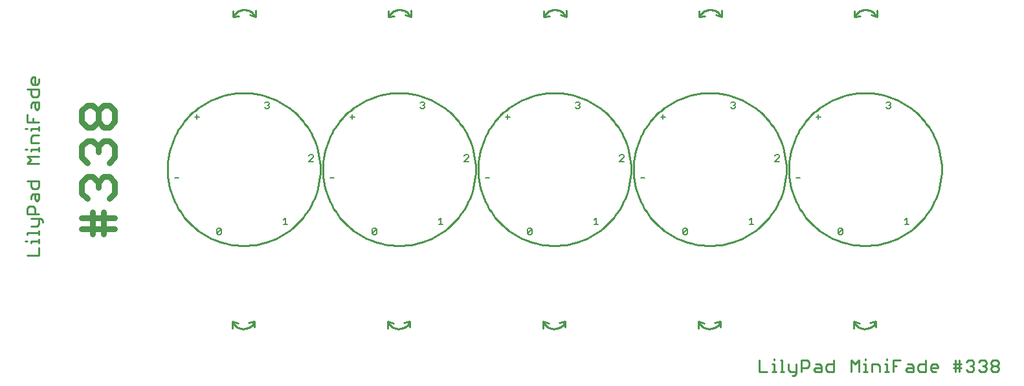
<source format=gto>
G75*
G70*
%OFA0B0*%
%FSLAX24Y24*%
%IPPOS*%
%LPD*%
%AMOC8*
5,1,8,0,0,1.08239X$1,22.5*
%
%ADD10C,0.0100*%
%ADD11C,0.0060*%
%ADD12C,0.0110*%
%ADD13C,0.0300*%
D10*
X011050Y002950D02*
X011050Y003300D01*
X011350Y003200D01*
X011900Y003250D02*
X012200Y003300D01*
X012200Y003000D01*
X012190Y003286D02*
X012168Y003242D01*
X012142Y003200D01*
X012112Y003160D01*
X012080Y003123D01*
X012045Y003088D01*
X012007Y003056D01*
X011967Y003027D01*
X011925Y003002D01*
X011880Y002980D01*
X011834Y002962D01*
X011787Y002947D01*
X011739Y002936D01*
X011690Y002929D01*
X011641Y002925D01*
X011592Y002926D01*
X011542Y002930D01*
X011494Y002939D01*
X011446Y002951D01*
X011399Y002967D01*
X011354Y002986D01*
X011310Y003009D01*
X011268Y003036D01*
X011229Y003066D01*
X011192Y003098D01*
X011158Y003134D01*
X011126Y003172D01*
X011098Y003212D01*
X011073Y003255D01*
X019050Y003300D02*
X019050Y002950D01*
X019050Y003300D02*
X019350Y003200D01*
X019900Y003250D02*
X020200Y003300D01*
X020200Y003000D01*
X020190Y003286D02*
X020168Y003242D01*
X020142Y003200D01*
X020112Y003160D01*
X020080Y003123D01*
X020045Y003088D01*
X020007Y003056D01*
X019967Y003027D01*
X019925Y003002D01*
X019880Y002980D01*
X019834Y002962D01*
X019787Y002947D01*
X019739Y002936D01*
X019690Y002929D01*
X019641Y002925D01*
X019592Y002926D01*
X019542Y002930D01*
X019494Y002939D01*
X019446Y002951D01*
X019399Y002967D01*
X019354Y002986D01*
X019310Y003009D01*
X019268Y003036D01*
X019229Y003066D01*
X019192Y003098D01*
X019158Y003134D01*
X019126Y003172D01*
X019098Y003212D01*
X019073Y003255D01*
X027050Y003300D02*
X027050Y002950D01*
X027050Y003300D02*
X027350Y003200D01*
X027900Y003250D02*
X028200Y003300D01*
X028200Y003000D01*
X028190Y003286D02*
X028168Y003242D01*
X028142Y003200D01*
X028112Y003160D01*
X028080Y003123D01*
X028045Y003088D01*
X028007Y003056D01*
X027967Y003027D01*
X027925Y003002D01*
X027880Y002980D01*
X027834Y002962D01*
X027787Y002947D01*
X027739Y002936D01*
X027690Y002929D01*
X027641Y002925D01*
X027592Y002926D01*
X027542Y002930D01*
X027494Y002939D01*
X027446Y002951D01*
X027399Y002967D01*
X027354Y002986D01*
X027310Y003009D01*
X027268Y003036D01*
X027229Y003066D01*
X027192Y003098D01*
X027158Y003134D01*
X027126Y003172D01*
X027098Y003212D01*
X027073Y003255D01*
X035050Y003300D02*
X035050Y002950D01*
X035050Y003300D02*
X035350Y003200D01*
X035900Y003250D02*
X036200Y003300D01*
X036200Y003000D01*
X036190Y003286D02*
X036168Y003242D01*
X036142Y003200D01*
X036112Y003160D01*
X036080Y003123D01*
X036045Y003088D01*
X036007Y003056D01*
X035967Y003027D01*
X035925Y003002D01*
X035880Y002980D01*
X035834Y002962D01*
X035787Y002947D01*
X035739Y002936D01*
X035690Y002929D01*
X035641Y002925D01*
X035592Y002926D01*
X035542Y002930D01*
X035494Y002939D01*
X035446Y002951D01*
X035399Y002967D01*
X035354Y002986D01*
X035310Y003009D01*
X035268Y003036D01*
X035229Y003066D01*
X035192Y003098D01*
X035158Y003134D01*
X035126Y003172D01*
X035098Y003212D01*
X035073Y003255D01*
X043050Y003300D02*
X043050Y002950D01*
X043050Y003300D02*
X043350Y003200D01*
X043900Y003250D02*
X044200Y003300D01*
X044200Y003000D01*
X044190Y003286D02*
X044168Y003242D01*
X044142Y003200D01*
X044112Y003160D01*
X044080Y003123D01*
X044045Y003088D01*
X044007Y003056D01*
X043967Y003027D01*
X043925Y003002D01*
X043880Y002980D01*
X043834Y002962D01*
X043787Y002947D01*
X043739Y002936D01*
X043690Y002929D01*
X043641Y002925D01*
X043592Y002926D01*
X043542Y002930D01*
X043494Y002939D01*
X043446Y002951D01*
X043399Y002967D01*
X043354Y002986D01*
X043310Y003009D01*
X043268Y003036D01*
X043229Y003066D01*
X043192Y003098D01*
X043158Y003134D01*
X043126Y003172D01*
X043098Y003212D01*
X043073Y003255D01*
X039716Y011150D02*
X039721Y011343D01*
X039735Y011536D01*
X039759Y011727D01*
X039792Y011917D01*
X039834Y012106D01*
X039885Y012292D01*
X039946Y012475D01*
X040015Y012655D01*
X040094Y012832D01*
X040181Y013004D01*
X040276Y013172D01*
X040379Y013336D01*
X040490Y013493D01*
X040609Y013646D01*
X040735Y013792D01*
X040868Y013932D01*
X041008Y014065D01*
X041154Y014191D01*
X041307Y014310D01*
X041464Y014421D01*
X041628Y014524D01*
X041796Y014619D01*
X041968Y014706D01*
X042145Y014785D01*
X042325Y014854D01*
X042508Y014915D01*
X042694Y014966D01*
X042883Y015008D01*
X043073Y015041D01*
X043264Y015065D01*
X043457Y015079D01*
X043650Y015084D01*
X043843Y015079D01*
X044036Y015065D01*
X044227Y015041D01*
X044417Y015008D01*
X044606Y014966D01*
X044792Y014915D01*
X044975Y014854D01*
X045155Y014785D01*
X045332Y014706D01*
X045504Y014619D01*
X045672Y014524D01*
X045836Y014421D01*
X045993Y014310D01*
X046146Y014191D01*
X046292Y014065D01*
X046432Y013932D01*
X046565Y013792D01*
X046691Y013646D01*
X046810Y013493D01*
X046921Y013336D01*
X047024Y013172D01*
X047119Y013004D01*
X047206Y012832D01*
X047285Y012655D01*
X047354Y012475D01*
X047415Y012292D01*
X047466Y012106D01*
X047508Y011917D01*
X047541Y011727D01*
X047565Y011536D01*
X047579Y011343D01*
X047584Y011150D01*
X047579Y010957D01*
X047565Y010764D01*
X047541Y010573D01*
X047508Y010383D01*
X047466Y010194D01*
X047415Y010008D01*
X047354Y009825D01*
X047285Y009645D01*
X047206Y009468D01*
X047119Y009296D01*
X047024Y009128D01*
X046921Y008964D01*
X046810Y008807D01*
X046691Y008654D01*
X046565Y008508D01*
X046432Y008368D01*
X046292Y008235D01*
X046146Y008109D01*
X045993Y007990D01*
X045836Y007879D01*
X045672Y007776D01*
X045504Y007681D01*
X045332Y007594D01*
X045155Y007515D01*
X044975Y007446D01*
X044792Y007385D01*
X044606Y007334D01*
X044417Y007292D01*
X044227Y007259D01*
X044036Y007235D01*
X043843Y007221D01*
X043650Y007216D01*
X043457Y007221D01*
X043264Y007235D01*
X043073Y007259D01*
X042883Y007292D01*
X042694Y007334D01*
X042508Y007385D01*
X042325Y007446D01*
X042145Y007515D01*
X041968Y007594D01*
X041796Y007681D01*
X041628Y007776D01*
X041464Y007879D01*
X041307Y007990D01*
X041154Y008109D01*
X041008Y008235D01*
X040868Y008368D01*
X040735Y008508D01*
X040609Y008654D01*
X040490Y008807D01*
X040379Y008964D01*
X040276Y009128D01*
X040181Y009296D01*
X040094Y009468D01*
X040015Y009645D01*
X039946Y009825D01*
X039885Y010008D01*
X039834Y010194D01*
X039792Y010383D01*
X039759Y010573D01*
X039735Y010764D01*
X039721Y010957D01*
X039716Y011150D01*
X031716Y011150D02*
X031721Y011343D01*
X031735Y011536D01*
X031759Y011727D01*
X031792Y011917D01*
X031834Y012106D01*
X031885Y012292D01*
X031946Y012475D01*
X032015Y012655D01*
X032094Y012832D01*
X032181Y013004D01*
X032276Y013172D01*
X032379Y013336D01*
X032490Y013493D01*
X032609Y013646D01*
X032735Y013792D01*
X032868Y013932D01*
X033008Y014065D01*
X033154Y014191D01*
X033307Y014310D01*
X033464Y014421D01*
X033628Y014524D01*
X033796Y014619D01*
X033968Y014706D01*
X034145Y014785D01*
X034325Y014854D01*
X034508Y014915D01*
X034694Y014966D01*
X034883Y015008D01*
X035073Y015041D01*
X035264Y015065D01*
X035457Y015079D01*
X035650Y015084D01*
X035843Y015079D01*
X036036Y015065D01*
X036227Y015041D01*
X036417Y015008D01*
X036606Y014966D01*
X036792Y014915D01*
X036975Y014854D01*
X037155Y014785D01*
X037332Y014706D01*
X037504Y014619D01*
X037672Y014524D01*
X037836Y014421D01*
X037993Y014310D01*
X038146Y014191D01*
X038292Y014065D01*
X038432Y013932D01*
X038565Y013792D01*
X038691Y013646D01*
X038810Y013493D01*
X038921Y013336D01*
X039024Y013172D01*
X039119Y013004D01*
X039206Y012832D01*
X039285Y012655D01*
X039354Y012475D01*
X039415Y012292D01*
X039466Y012106D01*
X039508Y011917D01*
X039541Y011727D01*
X039565Y011536D01*
X039579Y011343D01*
X039584Y011150D01*
X039579Y010957D01*
X039565Y010764D01*
X039541Y010573D01*
X039508Y010383D01*
X039466Y010194D01*
X039415Y010008D01*
X039354Y009825D01*
X039285Y009645D01*
X039206Y009468D01*
X039119Y009296D01*
X039024Y009128D01*
X038921Y008964D01*
X038810Y008807D01*
X038691Y008654D01*
X038565Y008508D01*
X038432Y008368D01*
X038292Y008235D01*
X038146Y008109D01*
X037993Y007990D01*
X037836Y007879D01*
X037672Y007776D01*
X037504Y007681D01*
X037332Y007594D01*
X037155Y007515D01*
X036975Y007446D01*
X036792Y007385D01*
X036606Y007334D01*
X036417Y007292D01*
X036227Y007259D01*
X036036Y007235D01*
X035843Y007221D01*
X035650Y007216D01*
X035457Y007221D01*
X035264Y007235D01*
X035073Y007259D01*
X034883Y007292D01*
X034694Y007334D01*
X034508Y007385D01*
X034325Y007446D01*
X034145Y007515D01*
X033968Y007594D01*
X033796Y007681D01*
X033628Y007776D01*
X033464Y007879D01*
X033307Y007990D01*
X033154Y008109D01*
X033008Y008235D01*
X032868Y008368D01*
X032735Y008508D01*
X032609Y008654D01*
X032490Y008807D01*
X032379Y008964D01*
X032276Y009128D01*
X032181Y009296D01*
X032094Y009468D01*
X032015Y009645D01*
X031946Y009825D01*
X031885Y010008D01*
X031834Y010194D01*
X031792Y010383D01*
X031759Y010573D01*
X031735Y010764D01*
X031721Y010957D01*
X031716Y011150D01*
X023716Y011150D02*
X023721Y011343D01*
X023735Y011536D01*
X023759Y011727D01*
X023792Y011917D01*
X023834Y012106D01*
X023885Y012292D01*
X023946Y012475D01*
X024015Y012655D01*
X024094Y012832D01*
X024181Y013004D01*
X024276Y013172D01*
X024379Y013336D01*
X024490Y013493D01*
X024609Y013646D01*
X024735Y013792D01*
X024868Y013932D01*
X025008Y014065D01*
X025154Y014191D01*
X025307Y014310D01*
X025464Y014421D01*
X025628Y014524D01*
X025796Y014619D01*
X025968Y014706D01*
X026145Y014785D01*
X026325Y014854D01*
X026508Y014915D01*
X026694Y014966D01*
X026883Y015008D01*
X027073Y015041D01*
X027264Y015065D01*
X027457Y015079D01*
X027650Y015084D01*
X027843Y015079D01*
X028036Y015065D01*
X028227Y015041D01*
X028417Y015008D01*
X028606Y014966D01*
X028792Y014915D01*
X028975Y014854D01*
X029155Y014785D01*
X029332Y014706D01*
X029504Y014619D01*
X029672Y014524D01*
X029836Y014421D01*
X029993Y014310D01*
X030146Y014191D01*
X030292Y014065D01*
X030432Y013932D01*
X030565Y013792D01*
X030691Y013646D01*
X030810Y013493D01*
X030921Y013336D01*
X031024Y013172D01*
X031119Y013004D01*
X031206Y012832D01*
X031285Y012655D01*
X031354Y012475D01*
X031415Y012292D01*
X031466Y012106D01*
X031508Y011917D01*
X031541Y011727D01*
X031565Y011536D01*
X031579Y011343D01*
X031584Y011150D01*
X031579Y010957D01*
X031565Y010764D01*
X031541Y010573D01*
X031508Y010383D01*
X031466Y010194D01*
X031415Y010008D01*
X031354Y009825D01*
X031285Y009645D01*
X031206Y009468D01*
X031119Y009296D01*
X031024Y009128D01*
X030921Y008964D01*
X030810Y008807D01*
X030691Y008654D01*
X030565Y008508D01*
X030432Y008368D01*
X030292Y008235D01*
X030146Y008109D01*
X029993Y007990D01*
X029836Y007879D01*
X029672Y007776D01*
X029504Y007681D01*
X029332Y007594D01*
X029155Y007515D01*
X028975Y007446D01*
X028792Y007385D01*
X028606Y007334D01*
X028417Y007292D01*
X028227Y007259D01*
X028036Y007235D01*
X027843Y007221D01*
X027650Y007216D01*
X027457Y007221D01*
X027264Y007235D01*
X027073Y007259D01*
X026883Y007292D01*
X026694Y007334D01*
X026508Y007385D01*
X026325Y007446D01*
X026145Y007515D01*
X025968Y007594D01*
X025796Y007681D01*
X025628Y007776D01*
X025464Y007879D01*
X025307Y007990D01*
X025154Y008109D01*
X025008Y008235D01*
X024868Y008368D01*
X024735Y008508D01*
X024609Y008654D01*
X024490Y008807D01*
X024379Y008964D01*
X024276Y009128D01*
X024181Y009296D01*
X024094Y009468D01*
X024015Y009645D01*
X023946Y009825D01*
X023885Y010008D01*
X023834Y010194D01*
X023792Y010383D01*
X023759Y010573D01*
X023735Y010764D01*
X023721Y010957D01*
X023716Y011150D01*
X015716Y011150D02*
X015721Y011343D01*
X015735Y011536D01*
X015759Y011727D01*
X015792Y011917D01*
X015834Y012106D01*
X015885Y012292D01*
X015946Y012475D01*
X016015Y012655D01*
X016094Y012832D01*
X016181Y013004D01*
X016276Y013172D01*
X016379Y013336D01*
X016490Y013493D01*
X016609Y013646D01*
X016735Y013792D01*
X016868Y013932D01*
X017008Y014065D01*
X017154Y014191D01*
X017307Y014310D01*
X017464Y014421D01*
X017628Y014524D01*
X017796Y014619D01*
X017968Y014706D01*
X018145Y014785D01*
X018325Y014854D01*
X018508Y014915D01*
X018694Y014966D01*
X018883Y015008D01*
X019073Y015041D01*
X019264Y015065D01*
X019457Y015079D01*
X019650Y015084D01*
X019843Y015079D01*
X020036Y015065D01*
X020227Y015041D01*
X020417Y015008D01*
X020606Y014966D01*
X020792Y014915D01*
X020975Y014854D01*
X021155Y014785D01*
X021332Y014706D01*
X021504Y014619D01*
X021672Y014524D01*
X021836Y014421D01*
X021993Y014310D01*
X022146Y014191D01*
X022292Y014065D01*
X022432Y013932D01*
X022565Y013792D01*
X022691Y013646D01*
X022810Y013493D01*
X022921Y013336D01*
X023024Y013172D01*
X023119Y013004D01*
X023206Y012832D01*
X023285Y012655D01*
X023354Y012475D01*
X023415Y012292D01*
X023466Y012106D01*
X023508Y011917D01*
X023541Y011727D01*
X023565Y011536D01*
X023579Y011343D01*
X023584Y011150D01*
X023579Y010957D01*
X023565Y010764D01*
X023541Y010573D01*
X023508Y010383D01*
X023466Y010194D01*
X023415Y010008D01*
X023354Y009825D01*
X023285Y009645D01*
X023206Y009468D01*
X023119Y009296D01*
X023024Y009128D01*
X022921Y008964D01*
X022810Y008807D01*
X022691Y008654D01*
X022565Y008508D01*
X022432Y008368D01*
X022292Y008235D01*
X022146Y008109D01*
X021993Y007990D01*
X021836Y007879D01*
X021672Y007776D01*
X021504Y007681D01*
X021332Y007594D01*
X021155Y007515D01*
X020975Y007446D01*
X020792Y007385D01*
X020606Y007334D01*
X020417Y007292D01*
X020227Y007259D01*
X020036Y007235D01*
X019843Y007221D01*
X019650Y007216D01*
X019457Y007221D01*
X019264Y007235D01*
X019073Y007259D01*
X018883Y007292D01*
X018694Y007334D01*
X018508Y007385D01*
X018325Y007446D01*
X018145Y007515D01*
X017968Y007594D01*
X017796Y007681D01*
X017628Y007776D01*
X017464Y007879D01*
X017307Y007990D01*
X017154Y008109D01*
X017008Y008235D01*
X016868Y008368D01*
X016735Y008508D01*
X016609Y008654D01*
X016490Y008807D01*
X016379Y008964D01*
X016276Y009128D01*
X016181Y009296D01*
X016094Y009468D01*
X016015Y009645D01*
X015946Y009825D01*
X015885Y010008D01*
X015834Y010194D01*
X015792Y010383D01*
X015759Y010573D01*
X015735Y010764D01*
X015721Y010957D01*
X015716Y011150D01*
X007716Y011150D02*
X007721Y011343D01*
X007735Y011536D01*
X007759Y011727D01*
X007792Y011917D01*
X007834Y012106D01*
X007885Y012292D01*
X007946Y012475D01*
X008015Y012655D01*
X008094Y012832D01*
X008181Y013004D01*
X008276Y013172D01*
X008379Y013336D01*
X008490Y013493D01*
X008609Y013646D01*
X008735Y013792D01*
X008868Y013932D01*
X009008Y014065D01*
X009154Y014191D01*
X009307Y014310D01*
X009464Y014421D01*
X009628Y014524D01*
X009796Y014619D01*
X009968Y014706D01*
X010145Y014785D01*
X010325Y014854D01*
X010508Y014915D01*
X010694Y014966D01*
X010883Y015008D01*
X011073Y015041D01*
X011264Y015065D01*
X011457Y015079D01*
X011650Y015084D01*
X011843Y015079D01*
X012036Y015065D01*
X012227Y015041D01*
X012417Y015008D01*
X012606Y014966D01*
X012792Y014915D01*
X012975Y014854D01*
X013155Y014785D01*
X013332Y014706D01*
X013504Y014619D01*
X013672Y014524D01*
X013836Y014421D01*
X013993Y014310D01*
X014146Y014191D01*
X014292Y014065D01*
X014432Y013932D01*
X014565Y013792D01*
X014691Y013646D01*
X014810Y013493D01*
X014921Y013336D01*
X015024Y013172D01*
X015119Y013004D01*
X015206Y012832D01*
X015285Y012655D01*
X015354Y012475D01*
X015415Y012292D01*
X015466Y012106D01*
X015508Y011917D01*
X015541Y011727D01*
X015565Y011536D01*
X015579Y011343D01*
X015584Y011150D01*
X015579Y010957D01*
X015565Y010764D01*
X015541Y010573D01*
X015508Y010383D01*
X015466Y010194D01*
X015415Y010008D01*
X015354Y009825D01*
X015285Y009645D01*
X015206Y009468D01*
X015119Y009296D01*
X015024Y009128D01*
X014921Y008964D01*
X014810Y008807D01*
X014691Y008654D01*
X014565Y008508D01*
X014432Y008368D01*
X014292Y008235D01*
X014146Y008109D01*
X013993Y007990D01*
X013836Y007879D01*
X013672Y007776D01*
X013504Y007681D01*
X013332Y007594D01*
X013155Y007515D01*
X012975Y007446D01*
X012792Y007385D01*
X012606Y007334D01*
X012417Y007292D01*
X012227Y007259D01*
X012036Y007235D01*
X011843Y007221D01*
X011650Y007216D01*
X011457Y007221D01*
X011264Y007235D01*
X011073Y007259D01*
X010883Y007292D01*
X010694Y007334D01*
X010508Y007385D01*
X010325Y007446D01*
X010145Y007515D01*
X009968Y007594D01*
X009796Y007681D01*
X009628Y007776D01*
X009464Y007879D01*
X009307Y007990D01*
X009154Y008109D01*
X009008Y008235D01*
X008868Y008368D01*
X008735Y008508D01*
X008609Y008654D01*
X008490Y008807D01*
X008379Y008964D01*
X008276Y009128D01*
X008181Y009296D01*
X008094Y009468D01*
X008015Y009645D01*
X007946Y009825D01*
X007885Y010008D01*
X007834Y010194D01*
X007792Y010383D01*
X007759Y010573D01*
X007735Y010764D01*
X007721Y010957D01*
X007716Y011150D01*
X011110Y019014D02*
X011132Y019058D01*
X011158Y019100D01*
X011188Y019140D01*
X011220Y019177D01*
X011255Y019212D01*
X011293Y019244D01*
X011333Y019273D01*
X011375Y019298D01*
X011420Y019320D01*
X011466Y019338D01*
X011513Y019353D01*
X011561Y019364D01*
X011610Y019371D01*
X011659Y019375D01*
X011708Y019374D01*
X011758Y019370D01*
X011806Y019361D01*
X011854Y019349D01*
X011901Y019333D01*
X011946Y019314D01*
X011990Y019291D01*
X012032Y019264D01*
X012071Y019234D01*
X012108Y019202D01*
X012142Y019166D01*
X012174Y019128D01*
X012202Y019088D01*
X012227Y019045D01*
X012250Y019000D02*
X012250Y019350D01*
X012250Y019000D02*
X011950Y019100D01*
X011400Y019050D02*
X011100Y019000D01*
X011100Y019300D01*
X019100Y019300D02*
X019100Y019000D01*
X019400Y019050D01*
X019110Y019014D02*
X019132Y019058D01*
X019158Y019100D01*
X019188Y019140D01*
X019220Y019177D01*
X019255Y019212D01*
X019293Y019244D01*
X019333Y019273D01*
X019375Y019298D01*
X019420Y019320D01*
X019466Y019338D01*
X019513Y019353D01*
X019561Y019364D01*
X019610Y019371D01*
X019659Y019375D01*
X019708Y019374D01*
X019758Y019370D01*
X019806Y019361D01*
X019854Y019349D01*
X019901Y019333D01*
X019946Y019314D01*
X019990Y019291D01*
X020032Y019264D01*
X020071Y019234D01*
X020108Y019202D01*
X020142Y019166D01*
X020174Y019128D01*
X020202Y019088D01*
X020227Y019045D01*
X020250Y019000D02*
X020250Y019350D01*
X020250Y019000D02*
X019950Y019100D01*
X027100Y019000D02*
X027100Y019300D01*
X027100Y019000D02*
X027400Y019050D01*
X027110Y019014D02*
X027132Y019058D01*
X027158Y019100D01*
X027188Y019140D01*
X027220Y019177D01*
X027255Y019212D01*
X027293Y019244D01*
X027333Y019273D01*
X027375Y019298D01*
X027420Y019320D01*
X027466Y019338D01*
X027513Y019353D01*
X027561Y019364D01*
X027610Y019371D01*
X027659Y019375D01*
X027708Y019374D01*
X027758Y019370D01*
X027806Y019361D01*
X027854Y019349D01*
X027901Y019333D01*
X027946Y019314D01*
X027990Y019291D01*
X028032Y019264D01*
X028071Y019234D01*
X028108Y019202D01*
X028142Y019166D01*
X028174Y019128D01*
X028202Y019088D01*
X028227Y019045D01*
X028250Y019000D02*
X027950Y019100D01*
X028250Y019000D02*
X028250Y019350D01*
X035100Y019300D02*
X035100Y019000D01*
X035400Y019050D01*
X035110Y019014D02*
X035132Y019058D01*
X035158Y019100D01*
X035188Y019140D01*
X035220Y019177D01*
X035255Y019212D01*
X035293Y019244D01*
X035333Y019273D01*
X035375Y019298D01*
X035420Y019320D01*
X035466Y019338D01*
X035513Y019353D01*
X035561Y019364D01*
X035610Y019371D01*
X035659Y019375D01*
X035708Y019374D01*
X035758Y019370D01*
X035806Y019361D01*
X035854Y019349D01*
X035901Y019333D01*
X035946Y019314D01*
X035990Y019291D01*
X036032Y019264D01*
X036071Y019234D01*
X036108Y019202D01*
X036142Y019166D01*
X036174Y019128D01*
X036202Y019088D01*
X036227Y019045D01*
X036250Y019000D02*
X036250Y019350D01*
X036250Y019000D02*
X035950Y019100D01*
X043100Y019000D02*
X043100Y019300D01*
X043100Y019000D02*
X043400Y019050D01*
X043110Y019014D02*
X043132Y019058D01*
X043158Y019100D01*
X043188Y019140D01*
X043220Y019177D01*
X043255Y019212D01*
X043293Y019244D01*
X043333Y019273D01*
X043375Y019298D01*
X043420Y019320D01*
X043466Y019338D01*
X043513Y019353D01*
X043561Y019364D01*
X043610Y019371D01*
X043659Y019375D01*
X043708Y019374D01*
X043758Y019370D01*
X043806Y019361D01*
X043854Y019349D01*
X043901Y019333D01*
X043946Y019314D01*
X043990Y019291D01*
X044032Y019264D01*
X044071Y019234D01*
X044108Y019202D01*
X044142Y019166D01*
X044174Y019128D01*
X044202Y019088D01*
X044227Y019045D01*
X044250Y019000D02*
X044250Y019350D01*
X044250Y019000D02*
X043950Y019100D01*
D11*
X044793Y014625D02*
X044906Y014625D01*
X044963Y014569D01*
X044963Y014512D01*
X044906Y014455D01*
X044963Y014398D01*
X044963Y014342D01*
X044906Y014285D01*
X044793Y014285D01*
X044736Y014342D01*
X044850Y014455D02*
X044906Y014455D01*
X044736Y014569D02*
X044793Y014625D01*
X041357Y013850D02*
X041130Y013850D01*
X041243Y013737D02*
X041243Y013964D01*
X036963Y014342D02*
X036906Y014285D01*
X036793Y014285D01*
X036736Y014342D01*
X036850Y014455D02*
X036906Y014455D01*
X036963Y014398D01*
X036963Y014342D01*
X036906Y014455D02*
X036963Y014512D01*
X036963Y014569D01*
X036906Y014625D01*
X036793Y014625D01*
X036736Y014569D01*
X033357Y013850D02*
X033130Y013850D01*
X033243Y013737D02*
X033243Y013964D01*
X028963Y014342D02*
X028906Y014285D01*
X028793Y014285D01*
X028736Y014342D01*
X028850Y014455D02*
X028906Y014455D01*
X028963Y014398D01*
X028963Y014342D01*
X028906Y014455D02*
X028963Y014512D01*
X028963Y014569D01*
X028906Y014625D01*
X028793Y014625D01*
X028736Y014569D01*
X025357Y013850D02*
X025130Y013850D01*
X025243Y013737D02*
X025243Y013964D01*
X020963Y014342D02*
X020906Y014285D01*
X020793Y014285D01*
X020736Y014342D01*
X020850Y014455D02*
X020906Y014455D01*
X020963Y014398D01*
X020963Y014342D01*
X020906Y014455D02*
X020963Y014512D01*
X020963Y014569D01*
X020906Y014625D01*
X020793Y014625D01*
X020736Y014569D01*
X017357Y013850D02*
X017130Y013850D01*
X017243Y013737D02*
X017243Y013964D01*
X012963Y014342D02*
X012906Y014285D01*
X012793Y014285D01*
X012736Y014342D01*
X012850Y014455D02*
X012906Y014455D01*
X012963Y014398D01*
X012963Y014342D01*
X012906Y014455D02*
X012963Y014512D01*
X012963Y014569D01*
X012906Y014625D01*
X012793Y014625D01*
X012736Y014569D01*
X009357Y013850D02*
X009130Y013850D01*
X009243Y013737D02*
X009243Y013964D01*
X015011Y011842D02*
X015068Y011899D01*
X015181Y011899D01*
X015238Y011842D01*
X015238Y011786D01*
X015011Y011559D01*
X015238Y011559D01*
X016080Y010700D02*
X016307Y010700D01*
X013793Y008645D02*
X013793Y008305D01*
X013680Y008305D02*
X013907Y008305D01*
X013680Y008532D02*
X013793Y008645D01*
X010484Y008067D02*
X010484Y007841D01*
X010427Y007784D01*
X010314Y007784D01*
X010257Y007841D01*
X010484Y008067D01*
X010427Y008124D01*
X010314Y008124D01*
X010257Y008067D01*
X010257Y007841D01*
X008307Y010700D02*
X008080Y010700D01*
X018257Y008067D02*
X018257Y007841D01*
X018484Y008067D01*
X018484Y007841D01*
X018427Y007784D01*
X018314Y007784D01*
X018257Y007841D01*
X018257Y008067D02*
X018314Y008124D01*
X018427Y008124D01*
X018484Y008067D01*
X021680Y008305D02*
X021907Y008305D01*
X021793Y008305D02*
X021793Y008645D01*
X021680Y008532D01*
X026257Y008067D02*
X026257Y007841D01*
X026484Y008067D01*
X026484Y007841D01*
X026427Y007784D01*
X026314Y007784D01*
X026257Y007841D01*
X026257Y008067D02*
X026314Y008124D01*
X026427Y008124D01*
X026484Y008067D01*
X029680Y008305D02*
X029907Y008305D01*
X029793Y008305D02*
X029793Y008645D01*
X029680Y008532D01*
X034257Y008067D02*
X034257Y007841D01*
X034484Y008067D01*
X034484Y007841D01*
X034427Y007784D01*
X034314Y007784D01*
X034257Y007841D01*
X034257Y008067D02*
X034314Y008124D01*
X034427Y008124D01*
X034484Y008067D01*
X037680Y008305D02*
X037907Y008305D01*
X037793Y008305D02*
X037793Y008645D01*
X037680Y008532D01*
X042257Y008067D02*
X042257Y007841D01*
X042484Y008067D01*
X042484Y007841D01*
X042427Y007784D01*
X042314Y007784D01*
X042257Y007841D01*
X042257Y008067D02*
X042314Y008124D01*
X042427Y008124D01*
X042484Y008067D01*
X045680Y008305D02*
X045907Y008305D01*
X045793Y008305D02*
X045793Y008645D01*
X045680Y008532D01*
X040307Y010700D02*
X040080Y010700D01*
X039238Y011559D02*
X039011Y011559D01*
X039238Y011786D01*
X039238Y011842D01*
X039181Y011899D01*
X039068Y011899D01*
X039011Y011842D01*
X032307Y010700D02*
X032080Y010700D01*
X031238Y011559D02*
X031011Y011559D01*
X031238Y011786D01*
X031238Y011842D01*
X031181Y011899D01*
X031068Y011899D01*
X031011Y011842D01*
X024307Y010700D02*
X024080Y010700D01*
X023238Y011559D02*
X023011Y011559D01*
X023238Y011786D01*
X023238Y011842D01*
X023181Y011899D01*
X023068Y011899D01*
X023011Y011842D01*
D12*
X001095Y011825D02*
X000504Y011825D01*
X000701Y011629D01*
X000504Y011432D01*
X001095Y011432D01*
X001095Y012076D02*
X001095Y012273D01*
X001095Y012175D02*
X000701Y012175D01*
X000701Y012076D01*
X000504Y012175D02*
X000406Y012175D01*
X000701Y012506D02*
X000701Y012801D01*
X000800Y012900D01*
X001095Y012900D01*
X001095Y013150D02*
X001095Y013347D01*
X001095Y013249D02*
X000701Y013249D01*
X000701Y013150D01*
X000504Y013249D02*
X000406Y013249D01*
X000504Y013580D02*
X000504Y013974D01*
X000800Y013777D02*
X000800Y013580D01*
X001095Y013580D02*
X000504Y013580D01*
X000701Y014323D02*
X000701Y014520D01*
X000800Y014618D01*
X001095Y014618D01*
X001095Y014323D01*
X000997Y014225D01*
X000898Y014323D01*
X000898Y014618D01*
X000800Y014869D02*
X000701Y014968D01*
X000701Y015263D01*
X000504Y015263D02*
X001095Y015263D01*
X001095Y014968D01*
X000997Y014869D01*
X000800Y014869D01*
X000800Y015514D02*
X000701Y015612D01*
X000701Y015809D01*
X000800Y015908D01*
X000898Y015908D01*
X000898Y015514D01*
X000800Y015514D02*
X000997Y015514D01*
X001095Y015612D01*
X001095Y015809D01*
X001095Y012506D02*
X000701Y012506D01*
X000701Y010536D02*
X000701Y010241D01*
X000800Y010143D01*
X000997Y010143D01*
X001095Y010241D01*
X001095Y010536D01*
X000504Y010536D01*
X000800Y009892D02*
X001095Y009892D01*
X001095Y009596D01*
X000997Y009498D01*
X000898Y009596D01*
X000898Y009892D01*
X000800Y009892D02*
X000701Y009793D01*
X000701Y009596D01*
X000603Y009247D02*
X000800Y009247D01*
X000898Y009149D01*
X000898Y008853D01*
X001095Y008853D02*
X000504Y008853D01*
X000504Y009149D01*
X000603Y009247D01*
X000701Y008603D02*
X001193Y008603D01*
X001292Y008504D01*
X001292Y008406D01*
X001095Y008307D02*
X001095Y008603D01*
X001095Y008307D02*
X000997Y008209D01*
X000701Y008209D01*
X000504Y007878D02*
X001095Y007878D01*
X001095Y007976D02*
X001095Y007779D01*
X001095Y007546D02*
X001095Y007350D01*
X001095Y007448D02*
X000701Y007448D01*
X000701Y007350D01*
X000504Y007448D02*
X000406Y007448D01*
X000504Y007779D02*
X000504Y007878D01*
X001095Y007099D02*
X001095Y006705D01*
X000504Y006705D01*
X038205Y001296D02*
X038205Y000705D01*
X038599Y000705D01*
X038850Y000705D02*
X039046Y000705D01*
X038948Y000705D02*
X038948Y001099D01*
X038850Y001099D01*
X038948Y001296D02*
X038948Y001394D01*
X039279Y001296D02*
X039378Y001296D01*
X039378Y000705D01*
X039476Y000705D02*
X039279Y000705D01*
X039709Y000803D02*
X039807Y000705D01*
X040103Y000705D01*
X040103Y000607D02*
X040004Y000508D01*
X039906Y000508D01*
X040103Y000607D02*
X040103Y001099D01*
X040353Y001296D02*
X040649Y001296D01*
X040747Y001197D01*
X040747Y001000D01*
X040649Y000902D01*
X040353Y000902D01*
X040353Y000705D02*
X040353Y001296D01*
X039709Y001099D02*
X039709Y000803D01*
X040998Y000803D02*
X041096Y000902D01*
X041392Y000902D01*
X041392Y001000D02*
X041392Y000705D01*
X041096Y000705D01*
X040998Y000803D01*
X041293Y001099D02*
X041392Y001000D01*
X041293Y001099D02*
X041096Y001099D01*
X041643Y001000D02*
X041741Y001099D01*
X042036Y001099D01*
X042036Y001296D02*
X042036Y000705D01*
X041741Y000705D01*
X041643Y000803D01*
X041643Y001000D01*
X042932Y000705D02*
X042932Y001296D01*
X043129Y001099D01*
X043325Y001296D01*
X043325Y000705D01*
X043576Y000705D02*
X043773Y000705D01*
X043675Y000705D02*
X043675Y001099D01*
X043576Y001099D01*
X043675Y001296D02*
X043675Y001394D01*
X044006Y001099D02*
X044301Y001099D01*
X044400Y001000D01*
X044400Y000705D01*
X044650Y000705D02*
X044847Y000705D01*
X044749Y000705D02*
X044749Y001099D01*
X044650Y001099D01*
X044749Y001296D02*
X044749Y001394D01*
X045080Y001296D02*
X045474Y001296D01*
X045277Y001000D02*
X045080Y001000D01*
X045080Y000705D02*
X045080Y001296D01*
X045823Y001099D02*
X046020Y001099D01*
X046118Y001000D01*
X046118Y000705D01*
X045823Y000705D01*
X045725Y000803D01*
X045823Y000902D01*
X046118Y000902D01*
X046369Y000803D02*
X046369Y001000D01*
X046468Y001099D01*
X046763Y001099D01*
X046763Y001296D02*
X046763Y000705D01*
X046468Y000705D01*
X046369Y000803D01*
X047014Y000803D02*
X047014Y001000D01*
X047112Y001099D01*
X047309Y001099D01*
X047408Y001000D01*
X047408Y000902D01*
X047014Y000902D01*
X047014Y000803D02*
X047112Y000705D01*
X047309Y000705D01*
X048205Y000902D02*
X048599Y000902D01*
X048599Y001099D02*
X048500Y001099D01*
X048205Y001099D01*
X048303Y001296D02*
X048303Y000705D01*
X048500Y000705D02*
X048500Y001296D01*
X048850Y001197D02*
X048948Y001296D01*
X049145Y001296D01*
X049243Y001197D01*
X049243Y001099D01*
X049145Y001000D01*
X049243Y000902D01*
X049243Y000803D01*
X049145Y000705D01*
X048948Y000705D01*
X048850Y000803D01*
X049046Y001000D02*
X049145Y001000D01*
X049494Y000803D02*
X049593Y000705D01*
X049789Y000705D01*
X049888Y000803D01*
X049888Y000902D01*
X049789Y001000D01*
X049691Y001000D01*
X049789Y001000D02*
X049888Y001099D01*
X049888Y001197D01*
X049789Y001296D01*
X049593Y001296D01*
X049494Y001197D01*
X050139Y001197D02*
X050139Y001099D01*
X050237Y001000D01*
X050434Y001000D01*
X050532Y000902D01*
X050532Y000803D01*
X050434Y000705D01*
X050237Y000705D01*
X050139Y000803D01*
X050139Y000902D01*
X050237Y001000D01*
X050434Y001000D02*
X050532Y001099D01*
X050532Y001197D01*
X050434Y001296D01*
X050237Y001296D01*
X050139Y001197D01*
X044006Y001099D02*
X044006Y000705D01*
D13*
X005000Y008084D02*
X003299Y008084D01*
X003299Y008651D02*
X005000Y008651D01*
X004433Y008934D02*
X004433Y007800D01*
X003866Y007800D02*
X003866Y008651D01*
X003866Y008934D01*
X003582Y009642D02*
X003299Y009925D01*
X003299Y010492D01*
X003582Y010776D01*
X003866Y010776D01*
X004149Y010492D01*
X004433Y010776D01*
X004716Y010776D01*
X005000Y010492D01*
X005000Y009925D01*
X004716Y009642D01*
X004149Y010209D02*
X004149Y010492D01*
X003582Y011483D02*
X003299Y011767D01*
X003299Y012334D01*
X003582Y012617D01*
X003866Y012617D01*
X004149Y012334D01*
X004433Y012617D01*
X004716Y012617D01*
X005000Y012334D01*
X005000Y011767D01*
X004716Y011483D01*
X004149Y012050D02*
X004149Y012334D01*
X003866Y013325D02*
X003582Y013325D01*
X003299Y013608D01*
X003299Y014175D01*
X003582Y014459D01*
X003866Y014459D01*
X004149Y014175D01*
X004149Y013608D01*
X003866Y013325D01*
X004149Y013608D02*
X004433Y013325D01*
X004716Y013325D01*
X005000Y013608D01*
X005000Y014175D01*
X004716Y014459D01*
X004433Y014459D01*
X004149Y014175D01*
M02*

</source>
